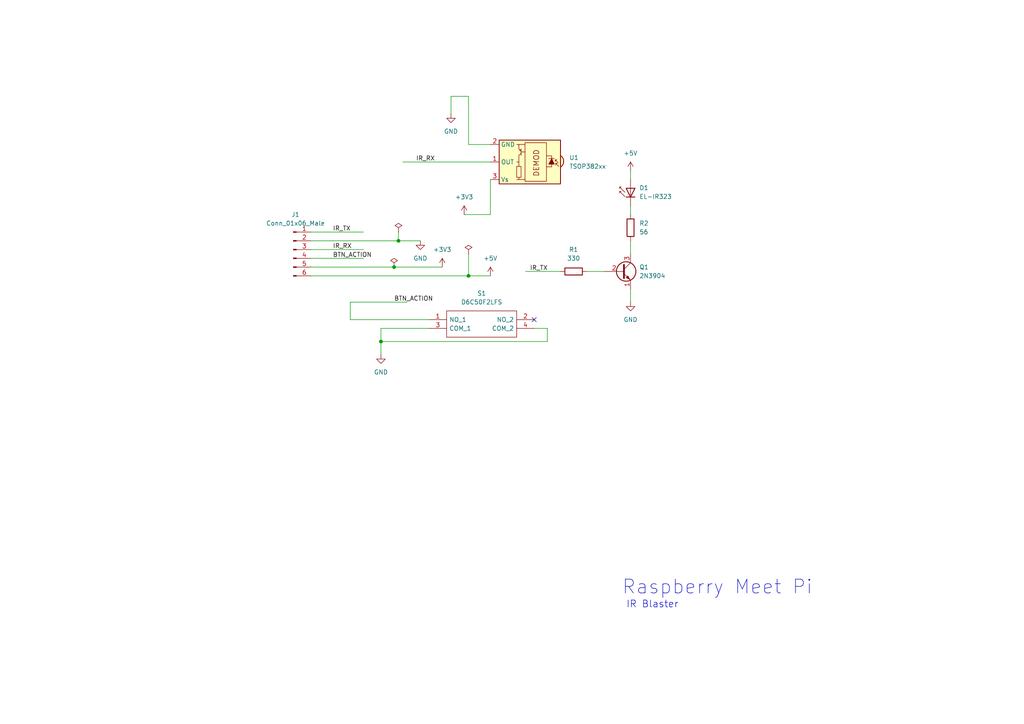
<source format=kicad_sch>
(kicad_sch (version 20211123) (generator eeschema)
  (paper "A4")
  (lib_symbols
    (symbol "Connector:Conn_01x06_Male" (pin_names (offset 1.016) hide)
      (property "Reference" "J" (at 0 7.62 0))
      (property "Value" "Conn_01x06_Male" (at 0 -10.16 0))
      (symbol "Conn_01x06_Male_1_1"
        (polyline (pts (xy 1.27 -7.62) (xy 0.8636 -7.62)) (stroke (width 0.1524)))
        (polyline (pts (xy 1.27 -5.08) (xy 0.8636 -5.08)) (stroke (width 0.1524)))
        (polyline (pts (xy 1.27 -2.54) (xy 0.8636 -2.54)) (stroke (width 0.1524)))
        (polyline (pts (xy 1.27 0) (xy 0.8636 0)) (stroke (width 0.1524)))
        (polyline (pts (xy 1.27 2.54) (xy 0.8636 2.54)) (stroke (width 0.1524)))
        (polyline (pts (xy 1.27 5.08) (xy 0.8636 5.08)) (stroke (width 0.1524)))
        (rectangle (start 0.8636 -7.493) (end 0 -7.747) (stroke (width 0.1524)) (fill (type outline)))
        (rectangle (start 0.8636 -4.953) (end 0 -5.207) (stroke (width 0.1524)) (fill (type outline)))
        (rectangle (start 0.8636 -2.413) (end 0 -2.667) (stroke (width 0.1524)) (fill (type outline)))
        (rectangle (start 0.8636 0.127) (end 0 -0.127) (stroke (width 0.1524)) (fill (type outline)))
        (rectangle (start 0.8636 2.667) (end 0 2.413) (stroke (width 0.1524)) (fill (type outline)))
        (rectangle (start 0.8636 5.207) (end 0 4.953) (stroke (width 0.1524)) (fill (type outline)))
        (pin passive line (at 5.08 5.08 180) (length 3.81) (name "Pin_1") (number "1"))
        (pin passive line (at 5.08 2.54 180) (length 3.81) (name "Pin_2") (number "2"))
        (pin passive line (at 5.08 0 180) (length 3.81) (name "Pin_3") (number "3"))
        (pin passive line (at 5.08 -2.54 180) (length 3.81) (name "Pin_4") (number "4"))
        (pin passive line (at 5.08 -5.08 180) (length 3.81) (name "Pin_5") (number "5"))
        (pin passive line (at 5.08 -7.62 180) (length 3.81) (name "Pin_6") (number "6"))
      )
    )
    (symbol "Device:R" (pin_numbers hide) (pin_names (offset 0))
      (property "Reference" "R" (at 2.032 0 90))
      (property "Value" "R" (at 0 0 90))
      (symbol "R_0_1"
        (rectangle (start -1.016 -2.54) (end 1.016 2.54) (stroke (width 0.254)))
      )
      (symbol "R_1_1"
        (pin passive line (at 0 3.81 270) (length 1.27) (name "~") (number "1"))
        (pin passive line (at 0 -3.81 90) (length 1.27) (name "~") (number "2"))
      )
    )
    (symbol "Interface_Optical:TSOP382xx"
      (property "Reference" "U" (at -10.16 7.62 0))
      (property "Value" "TSOP382xx" (at -10.16 -7.62 0))
      (symbol "TSOP382xx_0_0"
        (arc (start -10.287 1.397) (mid -11.0899 -0.1905) (end -10.287 -1.778) (stroke (width 0.254)) (fill (type background)))
        (polyline (pts (xy 1.905 -5.08) (xy 0.127 -5.08)))
        (polyline (pts (xy 1.905 5.08) (xy 0.127 5.08)))
        (text "DEMOD" (at -3.175 0.254 900) (effects (font (size 1.524 1.524))))
      )
      (symbol "TSOP382xx_0_1"
        (rectangle (start -6.096 5.588) (end 0.127 -5.588))
        (polyline (pts (xy -8.763 0.381) (xy -9.652 1.27)))
        (polyline (pts (xy -8.763 0.381) (xy -9.271 0.381)))
        (polyline (pts (xy -8.763 0.381) (xy -8.763 0.889)))
        (polyline (pts (xy -8.636 -0.635) (xy -9.525 0.254)))
        (polyline (pts (xy -8.636 -0.635) (xy -9.144 -0.635)))
        (polyline (pts (xy -8.636 -0.635) (xy -8.636 -0.127)))
        (polyline (pts (xy -8.382 -1.016) (xy -6.731 -1.016)))
        (polyline (pts (xy 1.27 -2.921) (xy 0.127 -2.921)))
        (polyline (pts (xy 1.27 -1.905) (xy 1.27 -3.81)))
        (polyline (pts (xy 1.397 -3.556) (xy 1.524 -3.556)))
        (polyline (pts (xy 1.651 -3.556) (xy 1.524 -3.556)))
        (polyline (pts (xy 1.651 -3.556) (xy 1.651 -3.302)))
        (polyline (pts (xy 1.905 0) (xy 1.905 1.27)))
        (polyline (pts (xy 1.905 4.445) (xy 1.905 5.08) (xy 2.54 5.08)))
        (polyline (pts (xy -8.382 0.635) (xy -6.731 0.635) (xy -7.62 -1.016) (xy -8.382 0.635)) (fill (type outline)))
        (polyline (pts (xy -6.096 1.397) (xy -7.62 1.397) (xy -7.62 -1.778) (xy -6.096 -1.778)))
        (polyline (pts (xy 1.27 -3.175) (xy 1.905 -3.81) (xy 1.905 -5.08) (xy 2.54 -5.08)))
        (polyline (pts (xy 1.27 -2.54) (xy 1.905 -1.905) (xy 1.905 0) (xy 2.54 0)))
        (rectangle (start 2.54 1.27) (end 1.27 4.445))
        (rectangle (start 7.62 6.35) (end -10.16 -6.35) (stroke (width 0.254)) (fill (type background)))
      )
      (symbol "TSOP382xx_1_1"
        (pin output line (at 10.16 0 180) (length 2.54) (name "OUT") (number "1"))
        (pin power_in line (at 10.16 -5.08 180) (length 2.54) (name "GND") (number "2"))
        (pin power_in line (at 10.16 5.08 180) (length 2.54) (name "Vs") (number "3"))
      )
    )
    (symbol "LED:LD271" (pin_numbers hide) (pin_names (offset 1.016) hide)
      (property "Reference" "D" (at 0.508 1.778 0))
      (property "Value" "LD271" (at -1.016 -2.794 0))
      (symbol "LD271_0_1"
        (polyline (pts (xy -2.54 1.27) (xy -2.54 -1.27)) (stroke (width 0.254)))
        (polyline (pts (xy 0 0) (xy -2.54 0)))
        (polyline (pts (xy 0.381 3.175) (xy -0.127 3.175)))
        (polyline (pts (xy -1.143 1.651) (xy 0.381 3.175) (xy 0.381 2.667)))
        (polyline (pts (xy 0 -1.27) (xy -2.54 0) (xy 0 1.27) (xy 0 -1.27)) (stroke (width 0.254)))
        (polyline (pts (xy -2.413 1.651) (xy -0.889 3.175) (xy -0.889 2.667) (xy -0.889 3.175) (xy -1.397 3.175)))
      )
      (symbol "LD271_1_1"
        (pin passive line (at -5.08 0 0) (length 2.54) (name "K") (number "1"))
        (pin passive line (at 2.54 0 180) (length 2.54) (name "A") (number "2"))
      )
    )
    (symbol "LibLoader:D6C50F2LFS" (pin_names (offset 0.762))
      (property "Reference" "S" (at 26.67 7.62 0))
      (property "Value" "D6C50F2LFS" (at 26.67 5.08 0))
      (symbol "D6C50F2LFS_0_0"
        (pin passive line (at 0 0 0) (length 5.08) (name "NO_1") (number "1"))
        (pin passive line (at 30.48 0 180) (length 5.08) (name "NO_2") (number "2"))
        (pin passive line (at 0 -2.54 0) (length 5.08) (name "COM_1") (number "3"))
        (pin passive line (at 30.48 -2.54 180) (length 5.08) (name "COM_2") (number "4"))
      )
      (symbol "D6C50F2LFS_0_1"
        (polyline (pts (xy 5.08 2.54) (xy 25.4 2.54) (xy 25.4 -5.08) (xy 5.08 -5.08) (xy 5.08 2.54)) (stroke (width 0.1524)))
      )
    )
    (symbol "Transistor_BJT:2N3904" (pin_names (offset 0) hide)
      (property "Reference" "Q" (at 5.08 1.905 0))
      (property "Value" "2N3904" (at 5.08 0 0))
      (symbol "2N3904_0_1"
        (polyline (pts (xy 0.635 0.635) (xy 2.54 2.54)))
        (polyline (pts (xy 0.635 -0.635) (xy 2.54 -2.54) (xy 2.54 -2.54)))
        (polyline (pts (xy 0.635 1.905) (xy 0.635 -1.905) (xy 0.635 -1.905)) (stroke (width 0.508)))
        (polyline (pts (xy 1.27 -1.778) (xy 1.778 -1.27) (xy 2.286 -2.286) (xy 1.27 -1.778) (xy 1.27 -1.778)) (fill (type outline)))
        (circle (center 1.27 0) (radius 2.8194) (stroke (width 0.254)))
      )
      (symbol "2N3904_1_1"
        (pin passive line (at 2.54 -5.08 90) (length 2.54) (name "E") (number "1"))
        (pin passive line (at -5.08 0 0) (length 5.715) (name "B") (number "2"))
        (pin passive line (at 2.54 5.08 270) (length 2.54) (name "C") (number "3"))
      )
    )
    (symbol "power:+3.3V" (power) (pin_names (offset 0))
      (property "Value" "+3.3V" (at 0 3.556 0))
      (symbol "+3.3V_0_1"
        (polyline (pts (xy -0.762 1.27) (xy 0 2.54)))
        (polyline (pts (xy 0 0) (xy 0 2.54)))
        (polyline (pts (xy 0 2.54) (xy 0.762 1.27)))
      )
      (symbol "+3.3V_1_1"
        (pin power_in line (at 0 0 90) (length 0) hide (name "+3V3") (number "1"))
      )
    )
    (symbol "power:+5V" (power) (pin_names (offset 0))
      (property "Value" "+5V" (at 0 3.556 0))
      (symbol "+5V_0_1"
        (polyline (pts (xy -0.762 1.27) (xy 0 2.54)))
        (polyline (pts (xy 0 0) (xy 0 2.54)))
        (polyline (pts (xy 0 2.54) (xy 0.762 1.27)))
      )
      (symbol "+5V_1_1"
        (pin power_in line (at 0 0 90) (length 0) hide (name "+5V") (number "1"))
      )
    )
    (symbol "power:GND" (power) (pin_names (offset 0))
      (property "Value" "GND" (at 0 -3.81 0))
      (symbol "GND_0_1"
        (polyline (pts (xy 0 0) (xy 0 -1.27) (xy 1.27 -1.27) (xy 0 -2.54) (xy -1.27 -1.27) (xy 0 -1.27)))
      )
      (symbol "GND_1_1"
        (pin power_in line (at 0 0 270) (length 0) hide (name "GND") (number "1"))
      )
    )
    (symbol "power:PWR_FLAG" (power) (pin_numbers hide) (pin_names (offset 0) hide)
      (property "Value" "PWR_FLAG" (at 0 3.81 0))
      (symbol "PWR_FLAG_0_0"
        (pin power_out line (at 0 0 90) (length 0) (name "pwr") (number "1"))
      )
      (symbol "PWR_FLAG_0_1"
        (polyline (pts (xy 0 0) (xy 0 1.27) (xy -1.016 1.905) (xy 0 2.54) (xy 1.016 1.905) (xy 0 1.27)))
      )
    )
  )
  (junction (at 110.49 99.06))
  (junction (at 114.3 77.47))
  (junction (at 115.57 69.85))
  (junction (at 135.89 80.01))
  (no_connect (at 154.94 92.71))
  (wire (pts (xy 182.88 49.53) (xy 182.88 52.07)))
  (wire (pts (xy 115.57 69.85) (xy 121.92 69.85)))
  (wire (pts (xy 110.49 95.25) (xy 110.49 99.06)))
  (wire (pts (xy 135.89 73.66) (xy 135.89 80.01)))
  (wire (pts (xy 110.49 99.06) (xy 110.49 102.87)))
  (wire (pts (xy 101.6 92.71) (xy 101.6 87.63)))
  (wire (pts (xy 182.88 83.82) (xy 182.88 87.63)))
  (wire (pts (xy 170.18 78.74) (xy 175.26 78.74)))
  (wire (pts (xy 182.88 69.85) (xy 182.88 73.66)))
  (wire (pts (xy 158.75 95.25) (xy 158.75 99.06)))
  (wire (pts (xy 114.3 77.47) (xy 128.27 77.47)))
  (wire (pts (xy 135.89 27.94) (xy 130.81 27.94)))
  (wire (pts (xy 130.81 27.94) (xy 130.81 33.02)))
  (wire (pts (xy 101.6 87.63) (xy 118.11 87.63)))
  (wire (pts (xy 90.17 80.01) (xy 135.89 80.01)))
  (wire (pts (xy 90.17 69.85) (xy 115.57 69.85)))
  (wire (pts (xy 90.17 77.47) (xy 114.3 77.47)))
  (wire (pts (xy 124.46 95.25) (xy 110.49 95.25)))
  (wire (pts (xy 142.24 62.23) (xy 134.62 62.23)))
  (wire (pts (xy 90.17 74.93) (xy 105.41 74.93)))
  (wire (pts (xy 154.94 95.25) (xy 158.75 95.25)))
  (wire (pts (xy 158.75 99.06) (xy 110.49 99.06)))
  (wire (pts (xy 182.88 59.69) (xy 182.88 62.23)))
  (wire (pts (xy 142.24 41.91) (xy 135.89 41.91)))
  (wire (pts (xy 135.89 41.91) (xy 135.89 27.94)))
  (wire (pts (xy 135.89 80.01) (xy 142.24 80.01)))
  (wire (pts (xy 142.24 52.07) (xy 142.24 62.23)))
  (wire (pts (xy 152.4 78.74) (xy 162.56 78.74)))
  (wire (pts (xy 116.84 46.99) (xy 142.24 46.99)))
  (wire (pts (xy 90.17 67.31) (xy 105.41 67.31)))
  (wire (pts (xy 115.57 67.31) (xy 115.57 69.85)))
  (wire (pts (xy 124.46 92.71) (xy 101.6 92.71)))
  (wire (pts (xy 90.17 72.39) (xy 105.41 72.39)))
  (text "IR Blaster" (at 181.61 176.53 0) (effects (font (size 2 2)) (justify left bottom)))
  (text "Raspberry Meet Pi" (at 180.34 172.72 0) (effects (font (size 4 4)) (justify left bottom)))
  (label "IR_TX" (at 153.67 78.74 0))
  (label "IR_RX" (at 120.65 46.99 0))
  (label "IR_TX" (at 96.52 67.31 0))
  (label "BTN_ACTION" (at 96.52 74.93 0))
  (label "BTN_ACTION" (at 114.3 87.63 0))
  (label "IR_RX" (at 96.52 72.39 0))
  (symbol (lib_id "power:PWR_FLAG") (at 115.57 67.31 0) (unit 1)
    (property "Reference" "#FLG0103" (effects hide))
    (property "Value" "PWR_FLAG" (effects hide))
  )
  (symbol (lib_id "power:+3.3V") (at 128.27 77.47 0) (unit 1)
    (property "Reference" "#PWR03" (effects hide))
    (property "Value" "+3.3V" (at 128.27 72.39 0))
  )
  (symbol (lib_id "Interface_Optical:TSOP382xx") (at 152.4 46.99 180) (unit 1)
    (property "Reference" "U1" (at 165.1 45.7199 0) (effects (justify right)))
    (property "Value" "TSOP382xx" (at 165.1 48.2599 0) (effects (justify right)))
    (property "Footprint" "OptoDevice:Vishay_MINICAST-3Pin" (effects hide))
    (property "Datasheet" "http://www.vishay.com/docs/82491/tsop382.pdf" (effects hide))
  )
  (symbol (lib_id "power:GND") (at 130.81 33.02 0) (unit 1)
    (property "Reference" "#PWR04" (effects hide))
    (property "Value" "GND" (at 130.81 38.1 0))
  )
  (symbol (lib_id "power:GND") (at 182.88 87.63 0) (unit 1)
    (property "Reference" "#PWR08" (effects hide))
    (property "Value" "GND" (at 182.88 92.71 0))
  )
  (symbol (lib_id "power:GND") (at 110.49 102.87 0) (unit 1)
    (property "Reference" "#PWR01" (effects hide))
    (property "Value" "GND" (at 110.49 107.95 0))
  )
  (symbol (lib_id "Device:R") (at 166.37 78.74 90) (unit 1)
    (property "Reference" "R1" (at 166.37 72.39 90))
    (property "Value" "330" (at 166.37 74.93 90))
    (property "Footprint" "Resistor_THT:R_Axial_DIN0207_L6.3mm_D2.5mm_P10.16mm_Horizontal" (effects hide))
  )
  (symbol (lib_id "Device:R") (at 182.88 66.04 0) (unit 1)
    (property "Reference" "R2" (at 185.42 64.7699 0) (effects (justify left)))
    (property "Value" "56" (at 185.42 67.3099 0) (effects (justify left)))
    (property "Footprint" "Resistor_THT:R_Axial_DIN0309_L9.0mm_D3.2mm_P12.70mm_Horizontal" (effects hide))
  )
  (symbol (lib_id "Transistor_BJT:2N3904") (at 180.34 78.74 0) (unit 1)
    (property "Reference" "Q1" (at 185.42 77.4699 0) (effects (justify left)))
    (property "Value" "2N3904" (at 185.42 80.0099 0) (effects (justify left)))
    (property "Footprint" "Package_TO_SOT_THT:TO-92_Inline" (effects hide))
    (property "Datasheet" "https://www.onsemi.com/pub/Collateral/2N3903-D.PDF" (effects hide))
  )
  (symbol (lib_id "Connector:Conn_01x06_Male") (at 85.09 72.39 0) (unit 1)
    (property "Reference" "J1" (at 85.725 62.23 0))
    (property "Value" "Conn_01x06_Male" (at 85.725 64.77 0))
    (property "Footprint" "Connector_PinHeader_2.54mm:PinHeader_1x06_P2.54mm_Vertical" (effects hide))
  )
  (symbol (lib_id "power:+5V") (at 142.24 80.01 0) (unit 1)
    (property "Reference" "#PWR05" (effects hide))
    (property "Value" "+5V" (at 142.24 74.93 0))
  )
  (symbol (lib_id "power:+5V") (at 182.88 49.53 0) (unit 1)
    (property "Reference" "#PWR07" (effects hide))
    (property "Value" "+5V" (at 182.88 44.45 0))
  )
  (symbol (lib_id "LibLoader:D6C50F2LFS") (at 124.46 92.71 0) (unit 1)
    (property "Reference" "S1" (at 139.7 85.09 0))
    (property "Value" "D6C50F2LFS" (at 139.7 87.63 0))
    (property "Footprint" "D6C50F2LFS" (effects hide))
    (property "Datasheet" "https://componentsearchengine.com/Datasheets/1/D6C50F2LFS.pdf" (effects hide))
    (property "Description" "Switch Key N.O. SPST 0.1A 32VDC 3VA 2.5N PC Pins Thru-Hole Box" (effects hide))
    (property "Height" "9.8" (effects hide))
    (property "Mouser Part Number" "611-D6C50F2LFS" (effects hide))
    (property "Mouser Price/Stock" "https://www.mouser.com/Search/Refine.aspx?Keyword=611-D6C50F2LFS" (effects hide))
    (property "Manufacturer_Name" "C & K COMPONENTS" (effects hide))
    (property "Manufacturer_Part_Number" "D6C50F2LFS" (effects hide))
  )
  (symbol (lib_id "power:GND") (at 121.92 69.85 0) (unit 1)
    (property "Reference" "#PWR02" (effects hide))
    (property "Value" "GND" (at 121.92 74.93 0))
  )
  (symbol (lib_id "power:PWR_FLAG") (at 114.3 77.47 0) (unit 1)
    (property "Reference" "#FLG0101" (effects hide))
    (property "Value" "PWR_FLAG" (effects hide))
  )
  (symbol (lib_id "power:PWR_FLAG") (at 135.89 73.66 0) (unit 1)
    (property "Reference" "#FLG0102" (effects hide))
    (property "Value" "PWR_FLAG" (effects hide))
  )
  (symbol (lib_id "power:+3.3V") (at 134.62 62.23 0) (unit 1)
    (property "Reference" "#PWR06" (effects hide))
    (property "Value" "+3.3V" (at 134.62 57.15 0))
  )
  (symbol (lib_id "LED:LD271") (at 182.88 54.61 90) (unit 1)
    (property "Reference" "D1" (at 185.42 54.4829 90) (effects (justify right)))
    (property "Value" "EL-IR323" (at 185.42 57.0229 90) (effects (justify right)))
    (property "Footprint" "LED_THT:LED_D5.0mm_IRGrey" (effects hide))
    (property "Datasheet" "http://www.alliedelec.com/m/d/40788c34903a719969df15f1fbea1056.pdf" (effects hide))
  )
)
</source>
